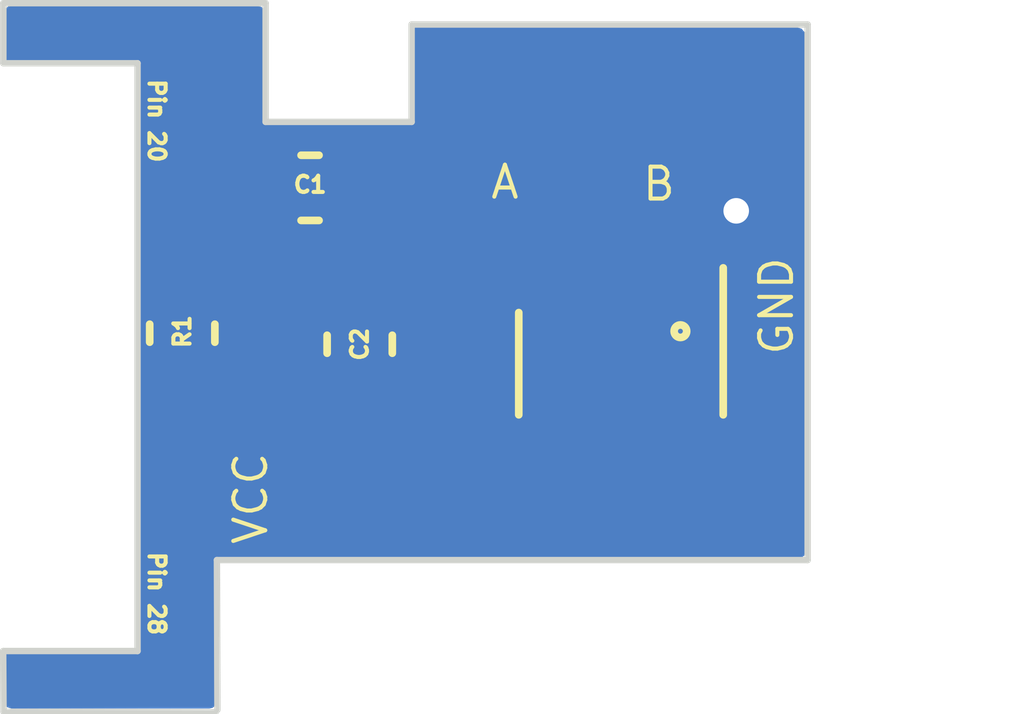
<source format=kicad_pcb>
(kicad_pcb (version 20211014) (generator pcbnew)
  (layers (0 "F.Cu" signal) (31 "B.Cu" signal) (34 "B.Paste" user) (35 "F.Paste" user) (36 "B.SilkS" user "B.Silkscreen") (37 "F.SilkS" user "F.Silkscreen") (38 "B.Mask" user) (39 "F.Mask" user) (44 "Edge.Cuts" user))
  (net 0 "")
  (net 1 "GND")
  (net 2 "CE")
  (net 3 "A")
  (net 4 "B")
  (net 5 "VCC5V")
  (footprint "" (layer "F.Cu") (at 151.511 92.8624 90)
    (fp_text reference "" (at 0 0 90) (layer "F.SilkS") (effects (font (size 1.27 1.27))))
    (fp_text value "" (at 0 0 90) (layer "F.SilkS") (effects (font (size 1.27 1.27))))
    (pad "B" smd roundrect (at 0 0 270) (size 1.778 1) (layers "F.Cu" "F.Paste" "F.Mask") (net 4 "B"))
  )
  (footprint "" (layer "F.Cu") (at 147.701 99.187 180)
    (fp_text reference "" (at 0 0) (layer "F.SilkS") (effects (font (size 1.27 1.27))))
    (fp_text value "" (at 0 0) (layer "F.SilkS") (effects (font (size 1.27 1.27))))
    (pad "B" smd roundrect (at 0 0) (size 1.778 1) (layers "F.Cu" "F.Paste" "F.Mask") (net 5 "VCC5V"))
  )
  (footprint "" (layer "F.Cu") (at 153.67 92.9132 90)
    (fp_text reference "" (at 0 0 90) (layer "F.SilkS") (effects (font (size 1.27 1.27))))
    (fp_text value "" (at 0 0 90) (layer "F.SilkS") (effects (font (size 1.27 1.27))))
    (pad "1" smd roundrect (at 0 0 270) (size 1.778 1) (layers "F.Cu" "F.Paste" "F.Mask") (net 1 "GND"))
  )
  (footprint "" (layer "F.Cu") (at 149.352 92.8116 -90)
    (fp_text reference "" (at 0 0 90) (layer "F.SilkS") (effects (font (size 1.27 1.27))))
    (fp_text value "" (at 0 0 90) (layer "F.SilkS") (effects (font (size 1.27 1.27))))
    (pad "1" smd roundrect (at 0 0 90) (size 1.778 1) (layers "F.Cu" "F.Paste" "F.Mask") (net 3 "A"))
  )
  (footprint "" (layer "F.Cu") (at 143.5 102)
    (fp_text reference "" (at 0 0) (layer "F.SilkS") (effects (font (size 1.27 1.27))))
    (fp_text value "" (at 0 0) (layer "F.SilkS") (effects (font (size 1.27 1.27))))
    (pad "4" smd roundrect (at 0 0) (size 2.286 0.508) (layers "F.Cu" "F.Paste" "F.Mask") (net 2 "CE"))
  )
  (footprint "" (layer "F.Cu") (at 143.4 91.85 180)
    (fp_text reference "" (at 0 0) (layer "F.SilkS") (effects (font (size 1.27 1.27))))
    (fp_text value "" (at 0 0) (layer "F.SilkS") (effects (font (size 1.27 1.27))))
    (pad "1" smd roundrect (at 0 0 180) (size 2.286 0.508) (layers "F.Cu" "F.Paste" "F.Mask") (net 5 "VCC5V"))
  )
  (footprint "Capacitor_SMD:C_0603_1608Metric" (layer "F.Cu") (at 147.7772 96.6978 90)
    (fp_text reference "C2" (at 0 0 90) (layer "F.SilkS") (effects (font (size 0.254 0.254) (thickness 0.0635))))
    (fp_text value "0.1uf")
    (fp_line (start -0.14058 -0.51) (end 0.14058 -0.51) (layer "F.SilkS") (width 0.12))
    (fp_line (start -0.14058 0.51) (end 0.14058 0.51) (layer "F.SilkS") (width 0.12))
    (pad "5" smd roundrect (at -0.775 0 90) (size 0.9 0.95) (layers "F.Cu" "F.Paste" "F.Mask") (net 5 "VCC5V"))
    (pad "6" smd roundrect (at 0.775 0 90) (size 0.9 0.95) (layers "F.Cu" "F.Paste" "F.Mask") (net 1 "GND"))
  )
  (footprint "Package_SO:TSOP-6_1.65x3.05mm_P0.95mm" (layer "F.Cu") (at 151.8666 97.0026 -90)
    (fp_text reference "U5" hide)
    (fp_text value "74LVC1G332GW,125")
    (fp_line (start -0.8 1.6) (end 0.8 1.6) (layer "F.SilkS") (width 0.12))
    (fp_line (start 0.8 -1.6) (end -1.5 -1.6) (layer "F.SilkS") (width 0.12))
    (fp_circle (center -0.508488 -0.93) (end -0.418488 -0.89) (layer "F.SilkS") (width 0.12) (fill none))
    (pad "1" smd rect (at -1.16 -0.95 270) (size 0.7 0.51) (layers "F.Cu" "F.Paste" "F.Mask") (net 4 "B"))
    (pad "2" smd rect (at -1.16 0 270) (size 0.7 0.51) (layers "F.Cu" "F.Paste" "F.Mask") (net 3 "A"))
    (pad "3" smd rect (at -1.16 0.95 270) (size 0.7 0.51) (layers "F.Cu" "F.Paste" "F.Mask") (net 1 "GND"))
    (pad "4" smd rect (at 1.16 0.95 270) (size 0.7 0.51) (layers "F.Cu" "F.Paste" "F.Mask") (net 2 "CE"))
    (pad "6" smd rect (at 1.16 -0.95 270) (size 0.7 0.51) (layers "F.Cu" "F.Paste" "F.Mask") (net 5 "VCC5V"))
  )
  (footprint "Capacitor_SMD:C_0603_1608Metric" (layer "F.Cu") (at 145 96.525 90)
    (fp_text reference "R1" (at 0.025 0 90) (layer "F.SilkS") (effects (font (size 0.254 0.254) (thickness 0.0635))))
    (fp_text value " ")
    (fp_line (start -0.14058 0.51) (end 0.14058 0.51) (layer "F.SilkS") (width 0.12))
    (fp_line (start -0.14058 -0.51) (end 0.14058 -0.51) (layer "F.SilkS") (width 0.12))
    (pad "2" smd roundrect (at 0.775 0 90) (size 0.9 0.95) (layers "F.Cu" "F.Paste" "F.Mask") (net 5 "VCC5V"))
    (pad "3" smd roundrect (at -0.775 0 90) (size 0.9 0.95) (layers "F.Cu" "F.Paste" "F.Mask") (net 2 "CE"))
  )
  (footprint "Capacitor_SMD:C_0603_1608Metric" (layer "F.Cu") (at 147 94.25)
    (fp_text reference "C1" (at 0 -0.05) (layer "F.SilkS") (effects (font (size 0.254 0.254) (thickness 0.0635))))
    (fp_text value "0.01uf")
    (fp_line (start -0.14058 -0.51) (end 0.14058 -0.51) (layer "F.SilkS") (width 0.12))
    (fp_line (start -0.14058 0.51) (end 0.14058 0.51) (layer "F.SilkS") (width 0.12))
    (pad "5" smd roundrect (at -0.775 0) (size 0.9 0.95) (layers "F.Cu" "F.Paste" "F.Mask") (net 5 "VCC5V"))
    (pad "6" smd roundrect (at 0.775 0) (size 0.9 0.95) (layers "F.Cu" "F.Paste" "F.Mask") (net 1 "GND"))
  )
  (gr_poly (pts (xy 154.431148 93.957377) (xy 154.331148 94.057377) (xy 154.581148 94.357377) (xy 154.581148 95.307377) (xy 154.431148 95.307377) (xy 154.431148 94.457377) (xy 154.181148 94.157377) (xy 154.081148 94.257377) (xy 154.081148 93.857377)) (layer "F.Cu") (width 0.01) (fill solid))
  (gr_line (start 145.52 102.46) (end 142.203 102.45) (layer "Edge.Cuts") (width 0.1))
  (gr_line (start 148.59 93.218) (end 148.59 91.694) (layer "Edge.Cuts") (width 0.1))
  (gr_line (start 146.304 93.218) (end 148.59 93.218) (layer "Edge.Cuts") (width 0.1))
  (gr_line (start 146.304 91.36) (end 146.304 93.218) (layer "Edge.Cuts") (width 0.1))
  (gr_line (start 154.7876 100.076) (end 145.542 100.076) (layer "Edge.Cuts") (width 0.1))
  (gr_line (start 142.2 91.36) (end 146.304 91.36) (layer "Edge.Cuts") (width 0.1))
  (gr_line (start 145.542 100.076) (end 145.55 102.42) (layer "Edge.Cuts") (width 0.1))
  (gr_line (start 144.3 101.5) (end 144.3 92.3) (layer "Edge.Cuts") (width 0.1))
  (gr_line (start 144.3 92.3) (end 142.2 92.3) (layer "Edge.Cuts") (width 0.1))
  (gr_line (start 142.197 101.5) (end 144.3 101.5) (layer "Edge.Cuts") (width 0.1))
  (gr_line (start 148.59 91.694) (end 154.7876 91.694) (layer "Edge.Cuts") (width 0.1))
  (gr_line (start 142.203 102.45) (end 142.197 101.5) (layer "Edge.Cuts") (width 0.1))
  (gr_line (start 142.2 92.3) (end 142.2 91.36) (layer "Edge.Cuts") (width 0.1))
  (gr_line (start 154.7876 100.076) (end 154.7876 91.694) (layer "Edge.Cuts") (width 0.1))
  (gr_text "A" (at 150.05 94.16) (layer "F.SilkS") (effects (font (size 0.5 0.5) (thickness 0.0635))))
  (gr_text "Pin 20" (at 144.6 93.2 -90) (layer "F.SilkS") (effects (font (size 0.254 0.254) (thickness 0.0635))))
  (gr_text "Pin 28\n" (at 144.6 100.6 -90) (layer "F.SilkS") (effects (font (size 0.254 0.254) (thickness 0.0635))))
  (gr_text "B" (at 152.46 94.19) (layer "F.SilkS") (effects (font (size 0.5 0.5) (thickness 0.0635))))
  (gr_text "VCC" (at 146.07 99.11 -270) (layer "F.SilkS") (effects (font (size 0.5 0.5) (thickness 0.0635))))
  (gr_text "GND" (at 154.3 96.1 90) (layer "F.SilkS") (effects (font (size 0.5 0.5) (thickness 0.0635))))
  (segment (start 149.0472 95.9612) (end 149.0088 95.9228) (width 0.25) (layer "F.Cu") (net 1))
  (segment (start 147.7772 95.9228) (end 147.7772 94.2522) (width 0.25) (layer "F.Cu") (net 1))
  (segment (start 153.67 96.64) (end 153.3328 96.9772) (width 0.25) (layer "F.Cu") (net 1))
  (segment (start 149.3266 96.9772) (end 149.0472 96.6978) (width 0.25) (layer "F.Cu") (net 1))
  (segment (start 153.3328 96.9772) (end 149.3266 96.9772) (width 0.25) (layer "F.Cu") (net 1))
  (segment (start 147.7772 94.2522) (end 147.775 94.25) (width 0.25) (layer "F.Cu") (net 1))
  (segment (start 153.67 92.9132) (end 153.67 94.61) (width 0.25) (layer "F.Cu") (net 1))
  (segment (start 147.9202 94.25) (end 147.775 94.25) (width 0.25) (layer "F.Cu") (net 1))
  (segment (start 149.0088 95.9228) (end 147.7772 95.9228) (width 0.25) (layer "F.Cu") (net 1))
  (segment (start 153.67 94.61) (end 153.67 96.64) (width 0.25) (layer "F.Cu") (net 1))
  (segment (start 150.9166 96.8096) (end 150.9166 95.8426) (width 0.25) (layer "F.Cu") (net 1))
  (segment (start 149.0472 96.6978) (end 149.0472 95.9612) (width 0.25) (layer "F.Cu") (net 1))
  (segment (start 147.56 94.465) (end 147.775 94.25) (width 0.25) (layer "F.Cu") (net 1))
  (segment (start 149.0472 95.377) (end 147.9202 94.25) (width 0.25) (layer "F.Cu") (net 1))
  (segment (start 149.0472 95.9612) (end 149.0472 95.377) (width 0.25) (layer "F.Cu") (net 1))
  (via (at 153.67 94.61) (size 0.8) (drill 0.4) (layers "F.Cu" "B.Cu") (net 1))
  (segment (start 145 99.3) (end 145 97.3) (width 0.25) (layer "F.Cu") (net 2))
  (segment (start 145 99.3) (end 145 98.8) (width 0.25) (layer "F.Cu") (net 2))
  (segment (start 144.775 97.55) (end 144.8 97.575) (width 0.25) (layer "F.Cu") (net 2))
  (segment (start 144.5 102) (end 145 101.5) (width 0.25) (layer "F.Cu") (net 2))
  (segment (start 145.687 97.3) (end 146.6348 98.2478) (width 0.25) (layer "F.Cu") (net 2))
  (segment (start 145 98.8) (end 145 98.5) (width 0.25) (layer "F.Cu") (net 2))
  (segment (start 150.8314 98.2478) (end 150.9166 98.1626) (width 0.25) (layer "F.Cu") (net 2))
  (segment (start 145 97.3) (end 145.687 97.3) (width 0.25) (layer "F.Cu") (net 2))
  (segment (start 146.6348 98.2478) (end 150.8314 98.2478) (width 0.25) (layer "F.Cu") (net 2))
  (segment (start 145 101.5) (end 145 99.3) (width 0.25) (layer "F.Cu") (net 2))
  (segment (start 143.5 102) (end 144.5 102) (width 0.25) (layer "F.Cu") (net 2))
  (segment (start 144.75 97.55) (end 144.775 97.55) (width 0.25) (layer "F.Cu") (net 2))
  (segment (start 151.3586 94.8944) (end 151.8666 95.4024) (width 0.25) (layer "F.Cu") (net 3))
  (segment (start 149.352 94.6404) (end 149.606 94.8944) (width 0.25) (layer "F.Cu") (net 3))
  (segment (start 149.352 92.8116) (end 149.352 94.6404) (width 0.25) (layer "F.Cu") (net 3))
  (segment (start 149.606 94.8944) (end 151.3586 94.8944) (width 0.25) (layer "F.Cu") (net 3))
  (segment (start 151.8666 95.4024) (end 151.8666 95.8426) (width 0.25) (layer "F.Cu") (net 3))
  (segment (start 152.8166 95.3966) (end 152.8166 95.8426) (width 0.25) (layer "F.Cu") (net 4))
  (segment (start 151.4348 92.8624) (end 151.4348 94.0148) (width 0.25) (layer "F.Cu") (net 4))
  (segment (start 151.4348 94.0148) (end 152.8166 95.3966) (width 0.25) (layer "F.Cu") (net 4))
  (segment (start 144.95 92.77) (end 144.95 92.975) (width 0.25) (layer "F.Cu") (net 5))
  (segment (start 144.95 91.85) (end 144.95 92.77) (width 0.25) (layer "F.Cu") (net 5))
  (segment (start 147.701 97.549) (end 147.7772 97.4728) (width 0.25) (layer "F.Cu") (net 5))
  (segment (start 147.701 99.187) (end 152.5778 99.187) (width 0.25) (layer "F.Cu") (net 5))
  (segment (start 152.667 97.4728) (end 152.8166 97.6224) (width 0.25) (layer "F.Cu") (net 5))
  (segment (start 144.95 92.975) (end 146.225 94.25) (width 0.25) (layer "F.Cu") (net 5))
  (segment (start 152.8166 98.9482) (end 152.8166 98.1626) (width 0.25) (layer "F.Cu") (net 5))
  (segment (start 143.55 91.85) (end 144.95 91.85) (width 0.25) (layer "F.Cu") (net 5))
  (segment (start 145 95.75) (end 144.75 95.5) (width 0.25) (layer "F.Cu") (net 5))
  (segment (start 144.95 95.7) (end 145 95.75) (width 0.25) (layer "F.Cu") (net 5))
  (segment (start 152.8166 97.6224) (end 152.8166 98.1626) (width 0.25) (layer "F.Cu") (net 5))
  (segment (start 146.225 95.9206) (end 146.225 94.25) (width 0.25) (layer "F.Cu") (net 5))
  (segment (start 147.7772 97.4728) (end 146.225 95.9206) (width 0.25) (layer "F.Cu") (net 5))
  (segment (start 152.5778 99.187) (end 152.8166 98.9482) (width 0.25) (layer "F.Cu") (net 5))
  (segment (start 147.7772 97.4728) (end 152.667 97.4728) (width 0.25) (layer "F.Cu") (net 5))
  (segment (start 144.95 92.77) (end 144.95 95.7) (width 0.25) (layer "F.Cu") (net 5))
  (segment (start 146 94.025) (end 146.225 94.25) (width 0.25) (layer "F.Cu") (net 5))
  (zone (net 1) (net_name "GND") (layer "B.Cu") (connect_pads (clearance 0)) (min_thickness 0.254) (fill yes (thermal_gap 0.508) (thermal_bridge_width 0.508))
    (polygon (pts (xy 146.3 93.2) (xy 148.6 93.2) (xy 148.6 91.7) (xy 154.75 91.74) (xy 154.78 100.04) (xy 145.5 100.1) (xy 145.6 102.4) (xy 142.2 102.4) (xy 142.2 101.5) (xy 144.3 101.5) (xy 144.3 92.3) (xy 142.2 92.3) (xy 142.2 91.4) (xy 146.3 91.4)))
  )
)
</source>
